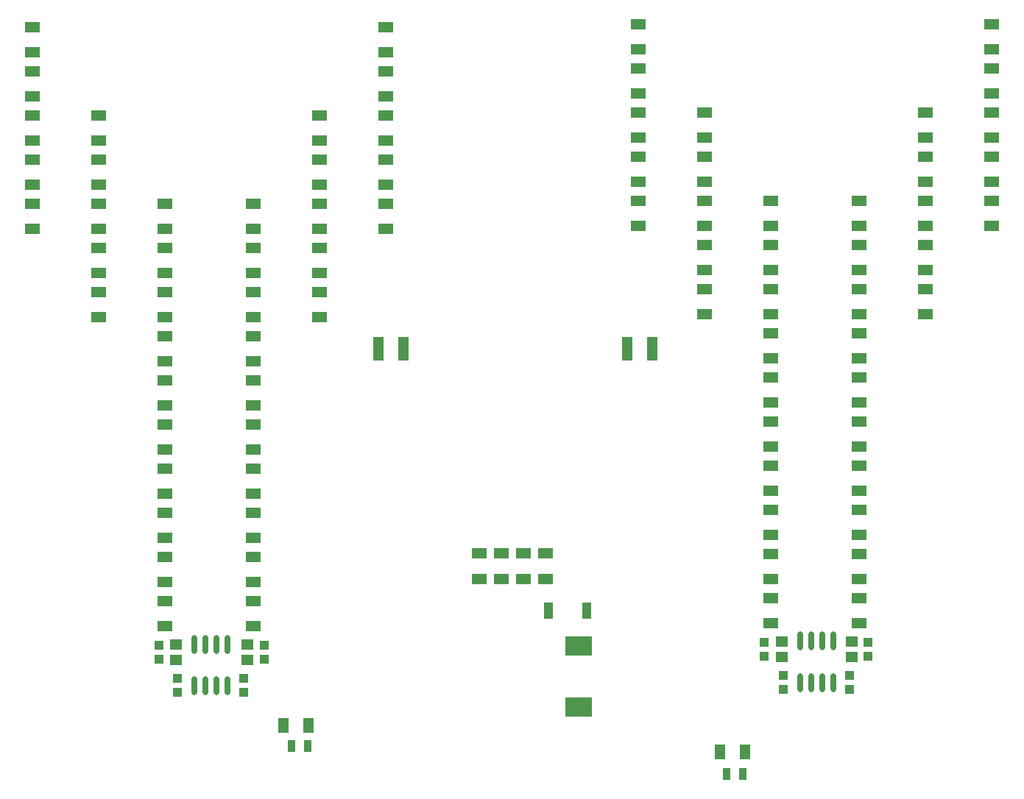
<source format=gbr>
G04 CAM Products 2000  RS274-X Output*
G04 Serial Number: 0000-00-00000*
G04 File Name:VFC-P V1.1 2015.12.12.gbr *
%FSLAX34Y34*%
%MOIN*%
%SFA1B1*%

%IPPOS*%
%ADD11R,0.051100X0.070800*%
%ADD12R,0.035400X0.055100*%
%ADD13R,0.070800X0.051100*%
%ADD14R,0.055100X0.047200*%
%ADD15O,0.023600X0.086600*%
%ADD16R,0.124000X0.086600*%
%ADD17R,0.039300X0.075900*%
%ADD18R,0.051100X0.106300*%
%ADD19R,0.039300X0.039300*%
%LNVFC-P V1.1 2015.12.12-1*%
%LPD*%
G54D11*
X59771Y49450D03*
X58630D03*
X79520Y48250D03*
X78379D03*
G54D12*
X59724Y48500D03*
X58976D03*
X79424Y47250D03*
X78676D03*
G54D13*
X47250Y71930D03*
Y73071D03*
X74695Y72071D03*
Y73213D03*
X47250Y73930D03*
Y75070D03*
X74695Y74071D03*
Y75212D03*
X47250Y75929D03*
Y77070D03*
X74695Y76070D03*
Y77212D03*
X47250Y77929D03*
Y79070D03*
X74695Y78070D03*
Y79212D03*
X47250Y79929D03*
Y81070D03*
X74695Y80070D03*
Y81212D03*
X50250Y67930D03*
Y69071D03*
X77694Y68071D03*
Y69213D03*
X50250Y69930D03*
Y71071D03*
X77694Y70071D03*
Y71213D03*
X50250Y71930D03*
Y73071D03*
X77694Y72071D03*
Y73213D03*
X50250Y73930D03*
Y75070D03*
X77694Y74071D03*
Y75212D03*
X50250Y75929D03*
Y77070D03*
X77694Y76070D03*
Y77212D03*
X53250Y53930D03*
Y55071D03*
X80694Y54071D03*
Y55213D03*
X53250Y55930D03*
Y57071D03*
X80694Y56071D03*
Y57213D03*
X53250Y57930D03*
Y59071D03*
X80694Y58071D03*
Y59213D03*
X53250Y59930D03*
Y61071D03*
X80694Y60071D03*
Y61213D03*
X53250Y61930D03*
Y63071D03*
X80694Y62071D03*
Y63213D03*
X53250Y63930D03*
Y65071D03*
X80694Y64071D03*
Y65213D03*
X53250Y65930D03*
Y67071D03*
X80694Y66071D03*
Y67213D03*
X53250Y67930D03*
Y69071D03*
X80694Y68071D03*
Y69213D03*
X53250Y69930D03*
Y71071D03*
X80694Y70071D03*
Y71213D03*
X53250Y71930D03*
Y73071D03*
X80694Y72071D03*
Y73213D03*
X57250Y53930D03*
Y55071D03*
X84694Y54071D03*
Y55213D03*
X57250Y55930D03*
Y57071D03*
X84694Y56071D03*
Y57213D03*
X57250Y57930D03*
Y59071D03*
X84694Y58071D03*
Y59213D03*
X57250Y59930D03*
Y61071D03*
X84694Y60071D03*
Y61213D03*
X57250Y61930D03*
Y63071D03*
X84694Y62071D03*
Y63213D03*
X57250Y63930D03*
Y65071D03*
X84694Y64071D03*
Y65213D03*
X57250Y65930D03*
Y67071D03*
X84694Y66071D03*
Y67213D03*
X57250Y67930D03*
Y69071D03*
X84694Y68071D03*
Y69213D03*
X57250Y69930D03*
Y71071D03*
X84694Y70071D03*
Y71213D03*
X57250Y71930D03*
Y73071D03*
X84694Y72071D03*
Y73213D03*
X60250Y67930D03*
Y69071D03*
X87694Y68071D03*
Y69213D03*
X60250Y69930D03*
Y71071D03*
X87694Y70071D03*
Y71213D03*
X60250Y71930D03*
Y73071D03*
X87694Y72071D03*
Y73213D03*
X60250Y73930D03*
Y75070D03*
X87694Y74071D03*
Y75212D03*
X60250Y75929D03*
Y77070D03*
X87694Y76070D03*
Y77212D03*
X63250Y71930D03*
Y73071D03*
X90694Y72071D03*
Y73213D03*
X63250Y73930D03*
Y75070D03*
X90694Y74071D03*
Y75212D03*
X63250Y75929D03*
Y77070D03*
X90694Y76070D03*
Y77212D03*
X63250Y77929D03*
Y79070D03*
X90694Y78070D03*
Y79212D03*
X63250Y79929D03*
Y81070D03*
X90694Y80070D03*
Y81212D03*
X67500Y56087D03*
Y57229D03*
X70500Y56087D03*
Y57229D03*
X68500Y56087D03*
Y57229D03*
X69500Y56087D03*
Y57229D03*
G54D14*
X53750Y53105D03*
Y52396D03*
X81200Y53255D03*
Y52546D03*
X57000Y53105D03*
Y52396D03*
X84350Y53255D03*
Y52546D03*
G54D15*
X54581Y51235D03*
X55081D03*
X55581D03*
X56081D03*
X54581Y53124D03*
X55081D03*
X55581D03*
X56081D03*
X82025Y51376D03*
X82525D03*
X83025D03*
X83525D03*
X82025Y53266D03*
X82525D03*
X83025D03*
X83525D03*
G54D16*
X72000Y50280D03*
Y53036D03*
G54D17*
X70630Y54658D03*
X72371D03*
G54D18*
X75320Y66500D03*
X74180D03*
X64071D03*
X62930D03*
G54D19*
X53831Y51565D03*
Y50935D03*
X81275Y51707D03*
Y51077D03*
X53000Y52435D03*
Y53065D03*
X80400Y52585D03*
Y53215D03*
X57750Y52435D03*
Y53065D03*
X85100Y52585D03*
Y53215D03*
X56831Y50935D03*
Y51565D03*
X84275Y51077D03*
Y51707D03*
M02*
</source>
